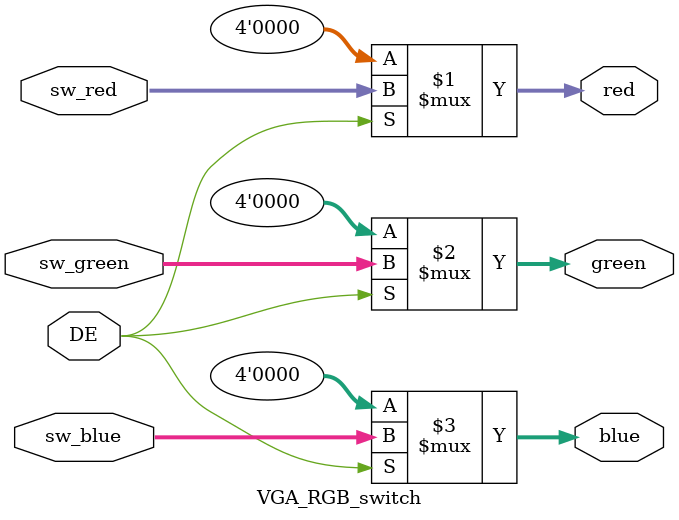
<source format=sv>
`timescale 1ns / 1ps

module VGA_RGB_switch (
    input  logic [3:0] sw_red,
    input  logic [3:0] sw_green,
    input  logic [3:0] sw_blue,
    input  logic       DE,
    output logic [3:0] red,
    output logic [3:0] green,
    output logic [3:0] blue
);
    assign red   = DE ? sw_red : 4'b0;
    assign green = DE ? sw_green : 4'b0;
    assign blue  = DE ? sw_blue : 4'b0;
endmodule

</source>
